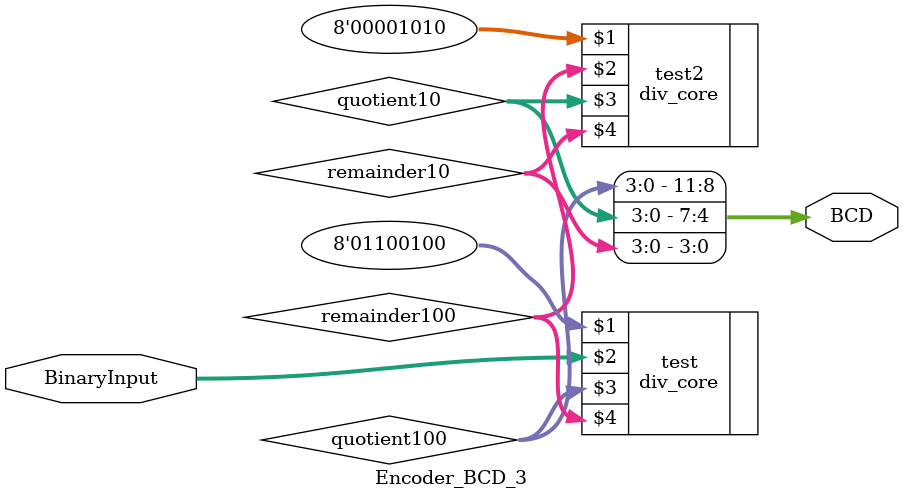
<source format=v>
/**
	@file : Encoder_BCD_3.v
	@author: William Tien
	@brief : Tutorial to show how optimized IP cores for division is more space 
				efficient than primitive operations like division, modulus
				div cores used 59 ALUTs
				manual method used 146 ALUTs
*/
	
module Encoder_BCD_3(output reg [11:0] BCD, input [7:0] BinaryInput);


	wire [7:0] quotient100;
	wire [7:0] remainder100;
	wire [7:0] quotient10;
	wire [7:0] remainder10;

//uncomment one of the following blocks to test	
	// Div Cores
	
	div_core test (8'd100, BinaryInput, quotient100, remainder100);
	div_core test2 (8'd10, remainder100, quotient10, remainder10);
	
	
	/*// Manual
	
	assign quotient100 = BinaryInput/'d100;
	assign remainder100 = BinaryInput%'d100;
	assign quotient10 = remainder100/'d10;
	assign remainder10 = BinaryInput%'d10;
	*/
	
	
	always @ (BinaryInput)
		begin
		
			BCD[11:8] = quotient100;
			BCD [7:4] = quotient10;
			BCD [3:0] = remainder10;
			
		end
		
endmodule
</source>
